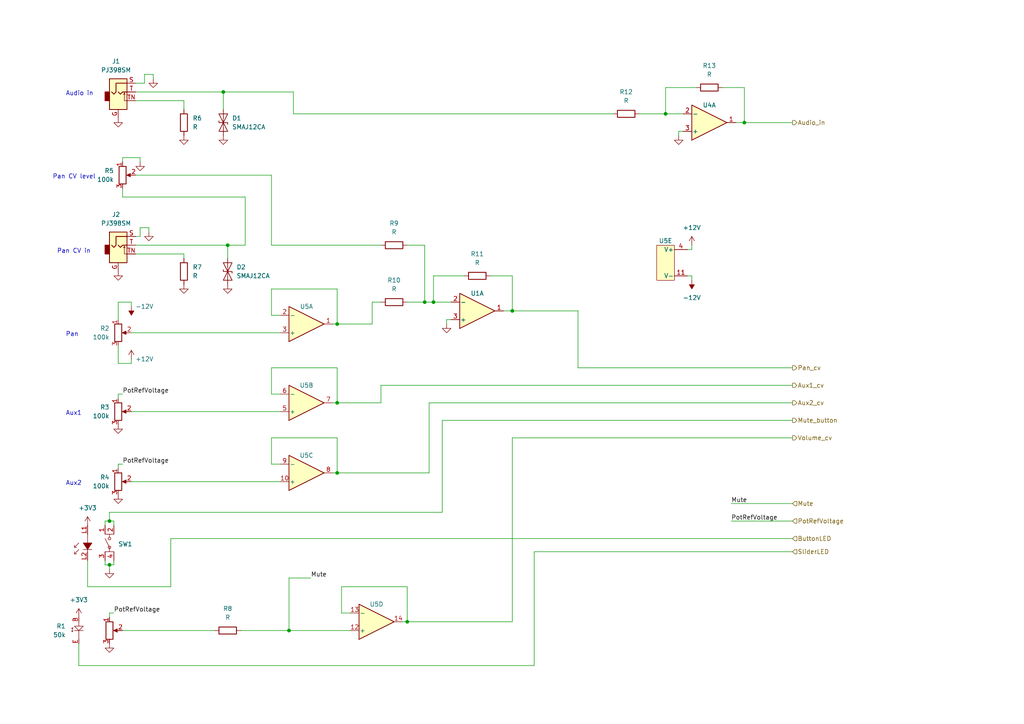
<source format=kicad_sch>
(kicad_sch (version 20230121) (generator eeschema)
  (paper "A4")
  (lib_symbols
    (symbol "Device:R" (pin_numbers hide) (pin_names (offset 0))
      (property "Reference" "R" (at 2.032 0 90))
      (property "Value" "R" (at 0 0 90))
      (symbol "R_0_1"
        (rectangle (start -1.016 -2.54) (end 1.016 2.54) (stroke (width 0.254)))
      )
      (symbol "R_1_1"
        (pin passive line (at 0 3.81 270) (length 1.27) (name "~") (number "1"))
        (pin passive line (at 0 -3.81 90) (length 1.27) (name "~") (number "2"))
      )
    )
    (symbol "Diode:SMAJ12CA" (pin_numbers hide) (pin_names (offset 1.016) hide)
      (property "Reference" "D" (at 0 2.54 0))
      (property "Value" "SMAJ12CA" (at 0 -2.54 0))
      (symbol "SMAJ12CA_0_1"
        (polyline (pts (xy 1.27 0) (xy -1.27 0)))
        (polyline (pts (xy -2.54 -1.27) (xy 0 0) (xy -2.54 1.27) (xy -2.54 -1.27)) (stroke (width 0.2032)))
        (polyline (pts (xy 0.508 1.27) (xy 0 1.27) (xy 0 -1.27) (xy -0.508 -1.27)) (stroke (width 0.2032)))
        (polyline (pts (xy 2.54 1.27) (xy 2.54 -1.27) (xy 0 0) (xy 2.54 1.27)) (stroke (width 0.2032)))
      )
      (symbol "SMAJ12CA_1_1"
        (pin passive line (at -3.81 0 0) (length 2.54) (name "A1") (number "1"))
        (pin passive line (at 3.81 0 180) (length 2.54) (name "A2") (number "2"))
      )
    )
    (symbol "WillItBlend:PB01-109TL" (pin_names (offset 1.016) hide)
      (property "Reference" "SW" (at 3.81 2.54 0))
      (symbol "PB01-109TL_0_0"
        (polyline (pts (xy -8.89 -3.175) (xy -7.62 -1.905)))
        (polyline (pts (xy -8.89 -1.27) (xy -7.62 0)))
        (polyline (pts (xy -6.35 -1.905) (xy -3.81 -1.905)))
        (polyline (pts (xy -5.08 -2.54) (xy -5.08 2.54)))
        (polyline (pts (xy -8.89 -2.54) (xy -8.89 -3.175) (xy -8.255 -3.175)))
        (polyline (pts (xy -8.89 -0.635) (xy -8.89 -1.27) (xy -8.255 -1.27)))
        (polyline (pts (xy -5.08 -1.905) (xy -6.35 0) (xy -3.81 0) (xy -5.08 -1.905)) (fill (type outline)))
      )
      (symbol "PB01-109TL_0_1"
        (polyline (pts (xy 1.27 -2.54) (xy 1.27 -1.27)))
        (polyline (pts (xy 1.27 -1.27) (xy 0 1.27)))
        (polyline (pts (xy 1.27 2.54) (xy 1.27 1.651)))
        (polyline (pts (xy 2.54 -2.54) (xy 0 -2.54)))
        (polyline (pts (xy 2.54 2.54) (xy 0 2.54)))
        (circle (center 1.27 -1.27) (radius 0.381))
        (circle (center 1.27 1.27) (radius 0.381))
        (pin passive line (at 2.54 5.08 270) (length 2.54) (name "2") (number "2"))
      )
      (symbol "PB01-109TL_1_1"
        (pin passive line (at 0 5.08 270) (length 2.54) (name "1") (number "1"))
        (pin passive line (at 0 -5.08 90) (length 2.54) (name "3") (number "3"))
        (pin passive line (at 2.54 -5.08 90) (length 2.54) (name "4") (number "4"))
        (pin passive line (at -5.08 5.08 270) (length 2.54) (name "L1") (number "L1"))
        (pin passive line (at -5.08 -5.08 90) (length 2.54) (name "L2") (number "L2"))
      )
    )
    (symbol "WillItBlend:PJ398SM"
      (property "Reference" "J" (at 0 8.89 0))
      (property "Value" "PJ398SM" (at 0 6.35 0))
      (symbol "PJ398SM_0_1"
        (rectangle (start -2.54 0) (end -3.81 -2.54) (stroke (width 0.254)) (fill (type outline)))
        (polyline (pts (xy 1.778 -0.254) (xy 2.032 -0.762)))
        (polyline (pts (xy 0 0) (xy 0.635 -0.635) (xy 1.27 0) (xy 2.54 0)) (stroke (width 0.254)))
        (polyline (pts (xy 2.54 -2.54) (xy 1.778 -2.54) (xy 1.778 -0.254) (xy 1.524 -0.762)))
        (polyline (pts (xy 2.54 2.54) (xy -0.635 2.54) (xy -0.635 0) (xy -1.27 -0.635) (xy -1.905 0)) (stroke (width 0.254)))
        (rectangle (start 2.54 3.81) (end -2.54 -5.08) (stroke (width 0.254)) (fill (type background)))
      )
      (symbol "PJ398SM_1_1"
        (pin passive line (at 0 -7.62 90) (length 2.54) (name "~") (number "G"))
        (pin passive line (at 5.08 2.54 180) (length 2.54) (name "~") (number "S"))
        (pin passive line (at 5.08 0 180) (length 2.54) (name "~") (number "T"))
        (pin passive line (at 5.08 -2.54 180) (length 2.54) (name "~") (number "TN"))
      )
    )
    (symbol "WillItBlend:R0904N-B100K-L25-KQ" (pin_names (offset 1.016) hide)
      (property "Reference" "R" (at -5.08 1.27 0))
      (property "Value" "100k" (at -3.81 -1.27 0))
      (symbol "R0904N-B100K-L25-KQ_0_1"
        (polyline (pts (xy 2.54 0) (xy 1.524 0)))
        (polyline (pts (xy 1.143 0) (xy 2.286 0.508) (xy 2.286 -0.508) (xy 1.143 0)) (fill (type outline)))
        (rectangle (start 1.016 2.54) (end -1.016 -2.54) (stroke (width 0.254)))
      )
      (symbol "R0904N-B100K-L25-KQ_1_1"
        (pin passive line (at 0 3.81 270) (length 1.27) (name "1") (number "1"))
        (pin passive line (at 3.81 0 180) (length 1.27) (name "2") (number "2"))
        (pin passive line (at 0 -3.81 90) (length 1.27) (name "3") (number "3"))
      )
    )
    (symbol "WillItBlend:RA2045F-20R-15LC-B50K" (pin_names (offset 1.016) hide)
      (property "Reference" "R" (at -3.81 1.27 0))
      (property "Value" "50k" (at -3.81 -1.27 0))
      (symbol "RA2045F-20R-15LC-B50K_0_1"
        (polyline (pts (xy -10.8697 -0.3197) (xy -10.5729 -0.2736)))
        (polyline (pts (xy -10.8631 0.4387) (xy -10.5663 0.4848)))
        (polyline (pts (xy -10.16 0) (xy -7.62 0)))
        (polyline (pts (xy -8.89 0) (xy -8.89 -2.54)))
        (polyline (pts (xy 2.54 0) (xy 1.524 0)))
        (polyline (pts (xy -10.5729 0.1288) (xy -10.8763 -0.2999) (xy -10.9158 0.0034)))
        (polyline (pts (xy -10.5663 0.8872) (xy -10.8697 0.4585) (xy -10.9092 0.7618)))
        (polyline (pts (xy 1.143 0) (xy 2.286 0.508) (xy 2.286 -0.508) (xy 1.143 0)) (fill (type outline)))
        (polyline (pts (xy -8.89 2.54) (xy -8.89 1.27) (xy -10.16 1.27) (xy -8.89 0) (xy -7.62 1.27) (xy -8.89 1.27)))
        (rectangle (start 1.016 2.54) (end -1.016 -2.54) (stroke (width 0.254)))
      )
      (symbol "RA2045F-20R-15LC-B50K_1_1"
        (pin passive line (at 0 3.81 270) (length 1.27) (name "1") (number "1"))
        (pin passive line (at 3.81 0 180) (length 1.27) (name "2") (number "2"))
        (pin passive line (at 0 -3.81 90) (length 1.27) (name "3") (number "3"))
        (pin passive line (at -8.89 3.81 270) (length 1.27) (name "B") (number "B"))
        (pin passive line (at -8.89 -3.81 90) (length 1.27) (name "E") (number "E"))
        (pin no_connect line (at -6.35 -3.81 90) (length 1.27) hide (name "L") (number "L"))
      )
    )
    (symbol "WillItBlend:TL074HIDYYR" (pin_names (offset 0.127))
      (property "Reference" "U" (at 0 5.08 0))
      (symbol "TL074HIDYYR_1_1"
        (polyline (pts (xy -5.08 5.08) (xy 5.08 0) (xy -5.08 -5.08) (xy -5.08 5.08)) (stroke (width 0.254)) (fill (type background)))
        (pin output line (at 7.62 0 180) (length 2.54) (name "~") (number "1"))
        (pin input line (at -7.62 -2.54 0) (length 2.54) (name "-") (number "2"))
        (pin input line (at -7.62 2.54 0) (length 2.54) (name "+") (number "3"))
      )
      (symbol "TL074HIDYYR_2_1"
        (polyline (pts (xy -5.08 5.08) (xy 5.08 0) (xy -5.08 -5.08) (xy -5.08 5.08)) (stroke (width 0.254)) (fill (type background)))
        (pin input line (at -7.62 2.54 0) (length 2.54) (name "+") (number "5"))
        (pin input line (at -7.62 -2.54 0) (length 2.54) (name "-") (number "6"))
        (pin output line (at 7.62 0 180) (length 2.54) (name "~") (number "7"))
      )
      (symbol "TL074HIDYYR_3_1"
        (polyline (pts (xy -5.08 5.08) (xy 5.08 0) (xy -5.08 -5.08) (xy -5.08 5.08)) (stroke (width 0.254)) (fill (type background)))
        (pin input line (at -7.62 2.54 0) (length 2.54) (name "+") (number "10"))
        (pin output line (at 7.62 0 180) (length 2.54) (name "~") (number "8"))
        (pin input line (at -7.62 -2.54 0) (length 2.54) (name "-") (number "9"))
      )
      (symbol "TL074HIDYYR_4_1"
        (polyline (pts (xy -5.08 5.08) (xy 5.08 0) (xy -5.08 -5.08) (xy -5.08 5.08)) (stroke (width 0.254)) (fill (type background)))
        (pin input line (at -7.62 2.54 0) (length 2.54) (name "+") (number "12"))
        (pin input line (at -7.62 -2.54 0) (length 2.54) (name "-") (number "13"))
        (pin output line (at 7.62 0 180) (length 2.54) (name "~") (number "14"))
      )
      (symbol "TL074HIDYYR_5_1"
        (rectangle (start -2.54 5.08) (end 2.54 -5.08) (fill (type background)))
        (pin power_in line (at 6.35 -3.81 180) (length 3.81) (name "V-") (number "11"))
        (pin power_in line (at 6.35 3.81 180) (length 3.81) (name "V+") (number "4"))
      )
    )
    (symbol "power:+12V" (power) (pin_names (offset 0))
      (property "Value" "+12V" (at 0 3.556 0))
      (symbol "+12V_0_1"
        (polyline (pts (xy -0.762 1.27) (xy 0 2.54)))
        (polyline (pts (xy 0 0) (xy 0 2.54)))
        (polyline (pts (xy 0 2.54) (xy 0.762 1.27)))
      )
      (symbol "+12V_1_1"
        (pin power_in line (at 0 0 90) (length 0) hide (name "+12V") (number "1"))
      )
    )
    (symbol "power:+3V3" (power) (pin_names (offset 0))
      (property "Value" "+3V3" (at 0 3.556 0))
      (symbol "+3V3_0_1"
        (polyline (pts (xy -0.762 1.27) (xy 0 2.54)))
        (polyline (pts (xy 0 0) (xy 0 2.54)))
        (polyline (pts (xy 0 2.54) (xy 0.762 1.27)))
      )
      (symbol "+3V3_1_1"
        (pin power_in line (at 0 0 90) (length 0) hide (name "+3V3") (number "1"))
      )
    )
    (symbol "power:-12V" (power) (pin_names (offset 0))
      (property "Value" "-12V" (at 0 3.81 0))
      (symbol "-12V_0_0"
        (pin power_in line (at 0 0 90) (length 0) hide (name "-12V") (number "1"))
      )
      (symbol "-12V_0_1"
        (polyline (pts (xy 0 0) (xy 0 1.27) (xy 0.762 1.27) (xy 0 2.54) (xy -0.762 1.27) (xy 0 1.27)) (fill (type outline)))
      )
    )
    (symbol "power:GND" (power) (pin_names (offset 0))
      (property "Value" "GND" (at 0 -3.81 0))
      (symbol "GND_0_1"
        (polyline (pts (xy 0 0) (xy 0 -1.27) (xy 1.27 -1.27) (xy 0 -2.54) (xy -1.27 -1.27) (xy 0 -1.27)))
      )
      (symbol "GND_1_1"
        (pin power_in line (at 0 0 270) (length 0) hide (name "GND") (number "1"))
      )
    )
  )
  (junction (at 118.11 180.34))
  (junction (at 193.04 33.02))
  (junction (at 148.59 90.17))
  (junction (at 97.79 137.16))
  (junction (at 83.82 182.88))
  (junction (at 97.79 93.98))
  (junction (at 64.77 26.67))
  (junction (at 31.75 163.83))
  (junction (at 125.73 87.63))
  (junction (at 97.79 116.84))
  (junction (at 66.04 71.12))
  (junction (at 215.9 35.56))
  (junction (at 31.75 151.13))
  (junction (at 123.19 87.63))
  (wire (pts (xy 97.79 106.68) (xy 78.74 106.68)))
  (wire (pts (xy 31.75 151.13) (xy 30.48 151.13)))
  (wire (pts (xy 34.29 135.89) (xy 34.29 134.62)))
  (wire (pts (xy 90.17 167.64) (xy 83.82 167.64)))
  (wire (pts (xy 96.52 93.98) (xy 97.79 93.98)))
  (wire (pts (xy 83.82 182.88) (xy 101.6 182.88)))
  (wire (pts (xy 66.04 71.12) (xy 66.04 74.93)))
  (wire (pts (xy 33.02 162.56) (xy 33.02 163.83)))
  (wire (pts (xy 78.74 114.3) (xy 81.28 114.3)))
  (wire (pts (xy 34.29 114.3) (xy 35.56 114.3)))
  (wire (pts (xy 34.29 87.63) (xy 38.1 87.63)))
  (wire (pts (xy 40.64 45.72) (xy 40.64 46.99)))
  (wire (pts (xy 128.27 121.92) (xy 229.87 121.92)))
  (wire (pts (xy 200.66 80.01) (xy 200.66 81.28)))
  (wire (pts (xy 148.59 80.01) (xy 148.59 90.17)))
  (wire (pts (xy 96.52 137.16) (xy 97.79 137.16)))
  (wire (pts (xy 33.02 151.13) (xy 31.75 151.13)))
  (wire (pts (xy 118.11 170.18) (xy 99.06 170.18)))
  (wire (pts (xy 124.46 116.84) (xy 124.46 137.16)))
  (wire (pts (xy 38.1 96.52) (xy 81.28 96.52)))
  (wire (pts (xy 22.86 186.69) (xy 22.86 193.04)))
  (wire (pts (xy 39.37 68.58) (xy 40.64 68.58)))
  (wire (pts (xy 212.09 151.13) (xy 229.87 151.13)))
  (wire (pts (xy 41.91 24.13) (xy 41.91 21.59)))
  (wire (pts (xy 78.74 50.8) (xy 78.74 71.12)))
  (wire (pts (xy 41.91 21.59) (xy 44.45 21.59)))
  (wire (pts (xy 125.73 87.63) (xy 125.73 80.01)))
  (wire (pts (xy 193.04 33.02) (xy 193.04 25.4)))
  (wire (pts (xy 38.1 139.7) (xy 81.28 139.7)))
  (wire (pts (xy 96.52 116.84) (xy 97.79 116.84)))
  (wire (pts (xy 49.53 170.18) (xy 25.4 170.18)))
  (wire (pts (xy 49.53 156.21) (xy 49.53 170.18)))
  (wire (pts (xy 30.48 163.83) (xy 31.75 163.83)))
  (wire (pts (xy 215.9 35.56) (xy 229.87 35.56)))
  (wire (pts (xy 185.42 33.02) (xy 193.04 33.02)))
  (wire (pts (xy 31.75 148.59) (xy 128.27 148.59)))
  (wire (pts (xy 30.48 162.56) (xy 30.48 163.83)))
  (wire (pts (xy 200.66 72.39) (xy 200.66 71.12)))
  (wire (pts (xy 107.95 93.98) (xy 107.95 87.63)))
  (wire (pts (xy 229.87 116.84) (xy 124.46 116.84)))
  (wire (pts (xy 78.74 106.68) (xy 78.74 114.3)))
  (wire (pts (xy 99.06 177.8) (xy 101.6 177.8)))
  (wire (pts (xy 39.37 73.66) (xy 53.34 73.66)))
  (wire (pts (xy 43.18 66.04) (xy 43.18 67.31)))
  (wire (pts (xy 215.9 35.56) (xy 213.36 35.56)))
  (wire (pts (xy 71.12 57.15) (xy 35.56 57.15)))
  (wire (pts (xy 71.12 71.12) (xy 71.12 57.15)))
  (wire (pts (xy 154.94 160.02) (xy 154.94 193.04)))
  (wire (pts (xy 128.27 148.59) (xy 128.27 121.92)))
  (wire (pts (xy 31.75 148.59) (xy 31.75 151.13)))
  (wire (pts (xy 31.75 177.8) (xy 33.02 177.8)))
  (wire (pts (xy 83.82 167.64) (xy 83.82 182.88)))
  (wire (pts (xy 142.24 80.01) (xy 148.59 80.01)))
  (wire (pts (xy 199.39 72.39) (xy 200.66 72.39)))
  (wire (pts (xy 97.79 83.82) (xy 78.74 83.82)))
  (wire (pts (xy 39.37 24.13) (xy 41.91 24.13)))
  (wire (pts (xy 110.49 111.76) (xy 229.87 111.76)))
  (wire (pts (xy 97.79 93.98) (xy 107.95 93.98)))
  (wire (pts (xy 198.12 38.1) (xy 196.85 38.1)))
  (wire (pts (xy 212.09 146.05) (xy 229.87 146.05)))
  (wire (pts (xy 116.84 180.34) (xy 118.11 180.34)))
  (wire (pts (xy 123.19 87.63) (xy 123.19 71.12)))
  (wire (pts (xy 97.79 127) (xy 97.79 137.16)))
  (wire (pts (xy 97.79 83.82) (xy 97.79 93.98)))
  (wire (pts (xy 34.29 92.71) (xy 34.29 87.63)))
  (wire (pts (xy 193.04 33.02) (xy 198.12 33.02)))
  (wire (pts (xy 78.74 127) (xy 78.74 134.62)))
  (wire (pts (xy 125.73 80.01) (xy 134.62 80.01)))
  (wire (pts (xy 123.19 87.63) (xy 125.73 87.63)))
  (wire (pts (xy 118.11 180.34) (xy 148.59 180.34)))
  (wire (pts (xy 71.12 71.12) (xy 66.04 71.12)))
  (wire (pts (xy 66.04 71.12) (xy 39.37 71.12)))
  (wire (pts (xy 148.59 127) (xy 229.87 127)))
  (wire (pts (xy 31.75 163.83) (xy 31.75 165.1)))
  (wire (pts (xy 78.74 71.12) (xy 110.49 71.12)))
  (wire (pts (xy 78.74 91.44) (xy 81.28 91.44)))
  (wire (pts (xy 30.48 151.13) (xy 30.48 152.4)))
  (wire (pts (xy 53.34 73.66) (xy 53.34 74.93)))
  (wire (pts (xy 118.11 71.12) (xy 123.19 71.12)))
  (wire (pts (xy 64.77 26.67) (xy 85.09 26.67)))
  (wire (pts (xy 148.59 90.17) (xy 167.64 90.17)))
  (wire (pts (xy 196.85 38.1) (xy 196.85 39.37)))
  (wire (pts (xy 167.64 106.68) (xy 167.64 90.17)))
  (wire (pts (xy 39.37 29.21) (xy 53.34 29.21)))
  (wire (pts (xy 34.29 115.57) (xy 34.29 114.3)))
  (wire (pts (xy 130.81 92.71) (xy 129.54 92.71)))
  (wire (pts (xy 193.04 25.4) (xy 201.93 25.4)))
  (wire (pts (xy 199.39 80.01) (xy 200.66 80.01)))
  (wire (pts (xy 25.4 170.18) (xy 25.4 162.56)))
  (wire (pts (xy 53.34 29.21) (xy 53.34 31.75)))
  (wire (pts (xy 39.37 26.67) (xy 64.77 26.67)))
  (wire (pts (xy 34.29 105.41) (xy 34.29 100.33)))
  (wire (pts (xy 35.56 57.15) (xy 35.56 54.61)))
  (wire (pts (xy 229.87 156.21) (xy 49.53 156.21)))
  (wire (pts (xy 35.56 46.99) (xy 35.56 45.72)))
  (wire (pts (xy 97.79 127) (xy 78.74 127)))
  (wire (pts (xy 78.74 134.62) (xy 81.28 134.62)))
  (wire (pts (xy 229.87 106.68) (xy 167.64 106.68)))
  (wire (pts (xy 69.85 182.88) (xy 83.82 182.88)))
  (wire (pts (xy 129.54 92.71) (xy 129.54 93.98)))
  (wire (pts (xy 31.75 163.83) (xy 33.02 163.83)))
  (wire (pts (xy 118.11 87.63) (xy 123.19 87.63)))
  (wire (pts (xy 34.29 134.62) (xy 35.56 134.62)))
  (wire (pts (xy 97.79 116.84) (xy 110.49 116.84)))
  (wire (pts (xy 78.74 83.82) (xy 78.74 91.44)))
  (wire (pts (xy 148.59 90.17) (xy 146.05 90.17)))
  (wire (pts (xy 38.1 105.41) (xy 34.29 105.41)))
  (wire (pts (xy 38.1 104.14) (xy 38.1 105.41)))
  (wire (pts (xy 148.59 180.34) (xy 148.59 127)))
  (wire (pts (xy 33.02 152.4) (xy 33.02 151.13)))
  (wire (pts (xy 40.64 68.58) (xy 40.64 66.04)))
  (wire (pts (xy 35.56 182.88) (xy 62.23 182.88)))
  (wire (pts (xy 215.9 25.4) (xy 215.9 35.56)))
  (wire (pts (xy 31.75 179.07) (xy 31.75 177.8)))
  (wire (pts (xy 209.55 25.4) (xy 215.9 25.4)))
  (wire (pts (xy 125.73 87.63) (xy 130.81 87.63)))
  (wire (pts (xy 99.06 170.18) (xy 99.06 177.8)))
  (wire (pts (xy 124.46 137.16) (xy 97.79 137.16)))
  (wire (pts (xy 22.86 193.04) (xy 154.94 193.04)))
  (wire (pts (xy 64.77 26.67) (xy 64.77 31.75)))
  (wire (pts (xy 110.49 116.84) (xy 110.49 111.76)))
  (wire (pts (xy 39.37 50.8) (xy 78.74 50.8)))
  (wire (pts (xy 35.56 45.72) (xy 40.64 45.72)))
  (wire (pts (xy 44.45 21.59) (xy 44.45 22.86)))
  (wire (pts (xy 85.09 33.02) (xy 85.09 26.67)))
  (wire (pts (xy 107.95 87.63) (xy 110.49 87.63)))
  (wire (pts (xy 38.1 119.38) (xy 81.28 119.38)))
  (wire (pts (xy 229.87 160.02) (xy 154.94 160.02)))
  (wire (pts (xy 118.11 170.18) (xy 118.11 180.34)))
  (wire (pts (xy 38.1 87.63) (xy 38.1 88.9)))
  (wire (pts (xy 40.64 66.04) (xy 43.18 66.04)))
  (wire (pts (xy 177.8 33.02) (xy 85.09 33.02)))
  (wire (pts (xy 97.79 106.68) (xy 97.79 116.84)))
  (text "Aux2" (at 19.05 140.97 0) (effects (font (size 1.27 1.27)) (justify left bottom)))
  (text "Pan CV in" (at 16.51 73.66 0) (effects (font (size 1.27 1.27)) (justify left bottom)))
  (text "Pan CV level" (at 15.24 52.07 0) (effects (font (size 1.27 1.27)) (justify left bottom)))
  (text "Audio in" (at 19.05 27.94 0) (effects (font (size 1.27 1.27)) (justify left bottom)))
  (text "Pan" (at 19.05 97.79 0) (effects (font (size 1.27 1.27)) (justify left bottom)))
  (text "Aux1" (at 19.05 120.65 0) (effects (font (size 1.27 1.27)) (justify left bottom)))
  (label "PotRefVoltage" (at 35.56 114.3 0))
  (label "Mute" (at 90.17 167.64 0))
  (label "PotRefVoltage" (at 33.02 177.8 0))
  (label "PotRefVoltage" (at 35.56 134.62 0))
  (label "Mute" (at 212.09 146.05 0))
  (label "PotRefVoltage" (at 212.09 151.13 0))
  (hierarchical_label "Mute" (shape input) (at 229.87 146.05 0))
  (hierarchical_label "Audio_in" (shape output) (at 229.87 35.56 0))
  (hierarchical_label "ButtonLED" (shape input) (at 229.87 156.21 0))
  (hierarchical_label "Aux2_cv" (shape output) (at 229.87 116.84 0))
  (hierarchical_label "Mute_button" (shape output) (at 229.87 121.92 0))
  (hierarchical_label "Aux1_cv" (shape output) (at 229.87 111.76 0))
  (hierarchical_label "Volume_cv" (shape output) (at 229.87 127 0))
  (hierarchical_label "Pan_cv" (shape output) (at 229.87 106.68 0))
  (hierarchical_label "PotRefVoltage" (shape input) (at 229.87 151.13 0))
  (hierarchical_label "SliderLED" (shape input) (at 229.87 160.02 0))
  (symbol (lib_id "power:GND") (at 53.34 39.37 0) (unit 1)
    (property "Reference" "#PWR022" (effects hide))
    (property "Value" "GND" (effects hide))
  )
  (symbol (lib_id "Diode:SMAJ12CA") (at 64.77 35.56 90) (unit 1)
    (property "Reference" "D1" (at 67.31 34.29 90) (effects (justify right)))
    (property "Value" "SMAJ12CA" (at 67.31 36.83 90) (effects (justify right)))
    (property "Footprint" "Diode_SMD:D_SMA" (effects hide))
    (property "Datasheet" "https://www.littelfuse.com/media?resourcetype=datasheets&itemid=75e32973-b177-4ee3-a0ff-cedaf1abdb93&filename=smaj-datasheet" (effects hide))
  )
  (symbol (lib_id "power:GND") (at 34.29 143.51 0) (unit 1)
    (property "Reference" "#PWR016" (effects hide))
    (property "Value" "GND" (effects hide))
  )
  (symbol (lib_id "power:+3V3") (at 25.4 152.4 0) (unit 1)
    (property "Reference" "#PWR010" (effects hide))
    (property "Value" "+3V3" (at 25.4 147.32 0))
  )
  (symbol (lib_id "power:GND") (at 196.85 39.37 0) (unit 1)
    (property "Reference" "#PWR027" (effects hide))
    (property "Value" "GND" (effects hide))
  )
  (symbol (lib_id "WillItBlend:R0904N-B100K-L25-KQ") (at 34.29 96.52 0) (unit 1)
    (property "Reference" "R2" (at 31.75 95.25 0) (effects (justify right)))
    (property "Value" "100k" (at 31.75 97.79 0) (effects (justify right)))
    (property "Footprint" "WillItBlend:Potentiometer_SongHuei_9mm" (effects hide))
    (property "Datasheet" "https://www.thonk.co.uk/wp-content/uploads/2014/10/R0904N_Thonk.pdf" (effects hide))
  )
  (symbol (lib_id "Device:R") (at 114.3 87.63 90) (unit 1)
    (property "Reference" "R10" (at 114.3 81.28 90))
    (property "Value" "R" (at 114.3 83.82 90))
    (property "Footprint" "Resistor_SMD:R_0402_1005Metric_Pad0.72x0.64mm_HandSolder" (effects hide))
  )
  (symbol (lib_id "WillItBlend:TL074HIDYYR") (at 88.9 137.16 0) (mirror x) (unit 3)
    (property "Reference" "U5" (at 88.9 132.08 0))
    (property "Value" "TL074HIDYYR" (effects hide))
    (property "Footprint" "WillItBlend:SOT-23-THIN" (effects hide))
    (property "Datasheet" "http://www.ti.com/lit/ds/symlink/tl071.pdf" (effects hide))
  )
  (symbol (lib_id "power:GND") (at 43.18 67.31 0) (unit 1)
    (property "Reference" "#PWR020" (effects hide))
    (property "Value" "GND" (effects hide))
  )
  (symbol (lib_id "WillItBlend:RA2045F-20R-15LC-B50K") (at 31.75 182.88 0) (unit 1)
    (property "Reference" "R1" (at 19.05 181.61 0) (effects (justify right)))
    (property "Value" "50k" (at 19.05 184.15 0) (effects (justify right)))
    (property "Footprint" "WillItBlend:RA2045F-20" (effects hide))
    (property "Datasheet" "https://www.thonk.co.uk/wp-content/uploads/2014/10/R0904N_Thonk.pdf" (effects hide))
  )
  (symbol (lib_id "power:GND") (at 34.29 123.19 0) (unit 1)
    (property "Reference" "#PWR015" (effects hide))
    (property "Value" "GND" (effects hide))
  )
  (symbol (lib_id "Device:R") (at 53.34 35.56 0) (unit 1)
    (property "Reference" "R6" (at 55.88 34.29 0) (effects (justify left)))
    (property "Value" "R" (at 55.88 36.83 0) (effects (justify left)))
    (property "Footprint" "Resistor_SMD:R_0402_1005Metric_Pad0.72x0.64mm_HandSolder" (effects hide))
  )
  (symbol (lib_id "WillItBlend:R0904N-B100K-L25-KQ") (at 35.56 50.8 0) (unit 1)
    (property "Reference" "R5" (at 33.02 49.53 0) (effects (justify right)))
    (property "Value" "100k" (at 33.02 52.07 0) (effects (justify right)))
    (property "Footprint" "WillItBlend:Potentiometer_SongHuei_9mm" (effects hide))
    (property "Datasheet" "https://www.thonk.co.uk/wp-content/uploads/2014/10/R0904N_Thonk.pdf" (effects hide))
  )
  (symbol (lib_id "WillItBlend:TL074HIDYYR") (at 193.04 76.2 0) (unit 5)
    (property "Reference" "U5" (at 193.04 69.85 0))
    (property "Value" "TL074HIDYYR" (effects hide))
    (property "Footprint" "WillItBlend:SOT-23-THIN" (effects hide))
    (property "Datasheet" "http://www.ti.com/lit/ds/symlink/tl071.pdf" (effects hide))
  )
  (symbol (lib_id "WillItBlend:TL074HIDYYR") (at 205.74 35.56 0) (mirror x) (unit 1)
    (property "Reference" "U4" (at 205.74 30.48 0))
    (property "Value" "TL074HIDYYR" (effects hide))
    (property "Footprint" "WillItBlend:SOT-23-THIN" (effects hide))
    (property "Datasheet" "http://www.ti.com/lit/ds/symlink/tl071.pdf" (effects hide))
  )
  (symbol (lib_id "power:GND") (at 31.75 186.69 0) (unit 1)
    (property "Reference" "#PWR012" (effects hide))
    (property "Value" "GND" (effects hide))
  )
  (symbol (lib_id "WillItBlend:TL074HIDYYR") (at 88.9 116.84 0) (mirror x) (unit 2)
    (property "Reference" "U5" (at 88.9 111.76 0))
    (property "Value" "TL074HIDYYR" (effects hide))
    (property "Footprint" "WillItBlend:SOT-23-THIN" (effects hide))
    (property "Datasheet" "http://www.ti.com/lit/ds/symlink/tl071.pdf" (effects hide))
  )
  (symbol (lib_id "WillItBlend:TL074HIDYYR") (at 88.9 93.98 0) (mirror x) (unit 1)
    (property "Reference" "U5" (at 88.9 88.9 0))
    (property "Value" "TL074HIDYYR" (effects hide))
    (property "Footprint" "WillItBlend:SOT-23-THIN" (effects hide))
    (property "Datasheet" "http://www.ti.com/lit/ds/symlink/tl071.pdf" (effects hide))
  )
  (symbol (lib_id "Diode:SMAJ12CA") (at 66.04 78.74 90) (unit 1)
    (property "Reference" "D2" (at 68.58 77.47 90) (effects (justify right)))
    (property "Value" "SMAJ12CA" (at 68.58 80.01 90) (effects (justify right)))
    (property "Footprint" "Diode_SMD:D_SMA" (effects hide))
    (property "Datasheet" "https://www.littelfuse.com/media?resourcetype=datasheets&itemid=75e32973-b177-4ee3-a0ff-cedaf1abdb93&filename=smaj-datasheet" (effects hide))
  )
  (symbol (lib_id "power:+3V3") (at 22.86 179.07 0) (unit 1)
    (property "Reference" "#PWR09" (effects hide))
    (property "Value" "+3V3" (at 22.86 173.99 0))
  )
  (symbol (lib_id "power:+12V") (at 38.1 104.14 0) (unit 1)
    (property "Reference" "#PWR018" (effects hide))
    (property "Value" "+12V" (at 41.91 104.14 0))
  )
  (symbol (lib_id "WillItBlend:PJ398SM") (at 34.29 26.67 0) (unit 1)
    (property "Reference" "J1" (at 33.655 17.78 0))
    (property "Value" "PJ398SM" (at 33.655 20.32 0))
    (property "Footprint" "WillItBlend:PJ398SM" (effects hide))
    (property "Datasheet" "https://www.thonk.co.uk/wp-content/uploads/2018/07/Thonkiconn_Jack_Datasheet-new.jpg" (effects hide))
  )
  (symbol (lib_id "power:GND") (at 64.77 39.37 0) (unit 1)
    (property "Reference" "#PWR024" (effects hide))
    (property "Value" "GND" (effects hide))
  )
  (symbol (lib_id "power:-12V") (at 200.66 81.28 180) (unit 1)
    (property "Reference" "#PWR029" (effects hide))
    (property "Value" "-12V" (at 200.66 86.36 0))
  )
  (symbol (lib_id "power:GND") (at 66.04 82.55 0) (unit 1)
    (property "Reference" "#PWR025" (effects hide))
    (property "Value" "GND" (effects hide))
  )
  (symbol (lib_id "power:GND") (at 31.75 165.1 0) (unit 1)
    (property "Reference" "#PWR011" (effects hide))
    (property "Value" "GND" (effects hide))
  )
  (symbol (lib_id "power:GND") (at 129.54 93.98 0) (unit 1)
    (property "Reference" "#PWR026" (effects hide))
    (property "Value" "GND" (effects hide))
  )
  (symbol (lib_id "power:GND") (at 34.29 34.29 0) (unit 1)
    (property "Reference" "#PWR013" (effects hide))
    (property "Value" "GND" (effects hide))
  )
  (symbol (lib_id "power:-12V") (at 38.1 88.9 180) (unit 1)
    (property "Reference" "#PWR017" (effects hide))
    (property "Value" "-12V" (at 41.91 88.9 0))
  )
  (symbol (lib_id "power:+12V") (at 200.66 71.12 0) (unit 1)
    (property "Reference" "#PWR028" (effects hide))
    (property "Value" "+12V" (at 200.66 66.04 0))
  )
  (symbol (lib_id "Device:R") (at 138.43 80.01 90) (unit 1)
    (property "Reference" "R11" (at 138.43 73.66 90))
    (property "Value" "R" (at 138.43 76.2 90))
    (property "Footprint" "Resistor_SMD:R_0402_1005Metric_Pad0.72x0.64mm_HandSolder" (effects hide))
  )
  (symbol (lib_id "Device:R") (at 53.34 78.74 0) (unit 1)
    (property "Reference" "R7" (at 55.88 77.47 0) (effects (justify left)))
    (property "Value" "R" (at 55.88 80.01 0) (effects (justify left)))
    (property "Footprint" "Resistor_SMD:R_0402_1005Metric_Pad0.72x0.64mm_HandSolder" (effects hide))
  )
  (symbol (lib_id "power:GND") (at 53.34 82.55 0) (unit 1)
    (property "Reference" "#PWR023" (effects hide))
    (property "Value" "GND" (effects hide))
  )
  (symbol (lib_id "WillItBlend:R0904N-B100K-L25-KQ") (at 34.29 139.7 0) (unit 1)
    (property "Reference" "R4" (at 31.75 138.43 0) (effects (justify right)))
    (property "Value" "100k" (at 31.75 140.97 0) (effects (justify right)))
    (property "Footprint" "WillItBlend:Potentiometer_SongHuei_9mm" (effects hide))
    (property "Datasheet" "https://www.thonk.co.uk/wp-content/uploads/2014/10/R0904N_Thonk.pdf" (effects hide))
  )
  (symbol (lib_id "power:GND") (at 44.45 22.86 0) (unit 1)
    (property "Reference" "#PWR021" (effects hide))
    (property "Value" "GND" (effects hide))
  )
  (symbol (lib_id "WillItBlend:R0904N-B100K-L25-KQ") (at 34.29 119.38 0) (unit 1)
    (property "Reference" "R3" (at 31.75 118.11 0) (effects (justify right)))
    (property "Value" "100k" (at 31.75 120.65 0) (effects (justify right)))
    (property "Footprint" "WillItBlend:Potentiometer_SongHuei_9mm" (effects hide))
    (property "Datasheet" "https://www.thonk.co.uk/wp-content/uploads/2014/10/R0904N_Thonk.pdf" (effects hide))
  )
  (symbol (lib_id "WillItBlend:TL074HIDYYR") (at 138.43 90.17 0) (mirror x) (unit 1)
    (property "Reference" "U1" (at 138.43 85.09 0))
    (property "Value" "TL074HIDYYR" (effects hide))
    (property "Footprint" "WillItBlend:SOT-23-THIN" (effects hide))
    (property "Datasheet" "http://www.ti.com/lit/ds/symlink/tl071.pdf" (effects hide))
  )
  (symbol (lib_id "Device:R") (at 66.04 182.88 90) (unit 1)
    (property "Reference" "R8" (at 66.04 176.53 90))
    (property "Value" "R" (at 66.04 179.07 90))
    (property "Footprint" "Resistor_SMD:R_0402_1005Metric_Pad0.72x0.64mm_HandSolder" (effects hide))
  )
  (symbol (lib_id "WillItBlend:TL074HIDYYR") (at 109.22 180.34 0) (mirror x) (unit 4)
    (property "Reference" "U5" (at 109.22 175.26 0))
    (property "Value" "TL074HIDYYR" (effects hide))
    (property "Footprint" "WillItBlend:SOT-23-THIN" (effects hide))
    (property "Datasheet" "http://www.ti.com/lit/ds/symlink/tl071.pdf" (effects hide))
  )
  (symbol (lib_id "Device:R") (at 114.3 71.12 90) (unit 1)
    (property "Reference" "R9" (at 114.3 64.77 90))
    (property "Value" "R" (at 114.3 67.31 90))
    (property "Footprint" "Resistor_SMD:R_0402_1005Metric_Pad0.72x0.64mm_HandSolder" (effects hide))
  )
  (symbol (lib_id "WillItBlend:PJ398SM") (at 34.29 71.12 0) (unit 1)
    (property "Reference" "J2" (at 33.655 62.23 0))
    (property "Value" "PJ398SM" (at 33.655 64.77 0))
    (property "Footprint" "WillItBlend:PJ398SM" (effects hide))
    (property "Datasheet" "https://www.thonk.co.uk/wp-content/uploads/2018/07/Thonkiconn_Jack_Datasheet-new.jpg" (effects hide))
  )
  (symbol (lib_id "power:GND") (at 34.29 78.74 0) (unit 1)
    (property "Reference" "#PWR014" (effects hide))
    (property "Value" "GND" (effects hide))
  )
  (symbol (lib_id "Device:R") (at 205.74 25.4 90) (unit 1)
    (property "Reference" "R13" (at 205.74 19.05 90))
    (property "Value" "R" (at 205.74 21.59 90))
    (property "Footprint" "Resistor_SMD:R_0402_1005Metric_Pad0.72x0.64mm_HandSolder" (effects hide))
  )
  (symbol (lib_id "Device:R") (at 181.61 33.02 90) (unit 1)
    (property "Reference" "R12" (at 181.61 26.67 90))
    (property "Value" "R" (at 181.61 29.21 90))
    (property "Footprint" "Resistor_SMD:R_0402_1005Metric_Pad0.72x0.64mm_HandSolder" (effects hide))
  )
  (symbol (lib_id "WillItBlend:PB01-109TL") (at 30.48 157.48 0) (unit 1)
    (property "Reference" "SW1" (at 34.29 157.7975 0) (effects (justify left)))
    (property "Value" "SW_SPST_LED" (effects hide))
    (property "Footprint" "WillItBlend:PB01-109TL" (effects hide))
    (property "Datasheet" "https://www.thonk.co.uk/wp-content/uploads/2021/12/LowProfileButton.pdf" (effects hide))
  )
  (symbol (lib_id "power:GND") (at 40.64 46.99 0) (unit 1)
    (property "Reference" "#PWR019" (effects hide))
    (property "Value" "GND" (effects hide))
  )
)
</source>
